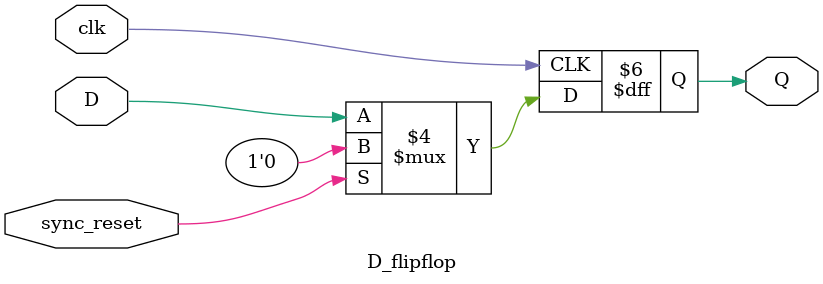
<source format=v>
`timescale 1ns / 1ps

module D_flipflop(
    input wire D,
    input wire clk,
    input wire sync_reset,
    output reg Q
    );
    
    always @(posedge clk) 
    begin
     if(sync_reset==1'b1)
      Q <= 1'b0; 
     else 
      Q <= D; 
    end 
    
endmodule
</source>
